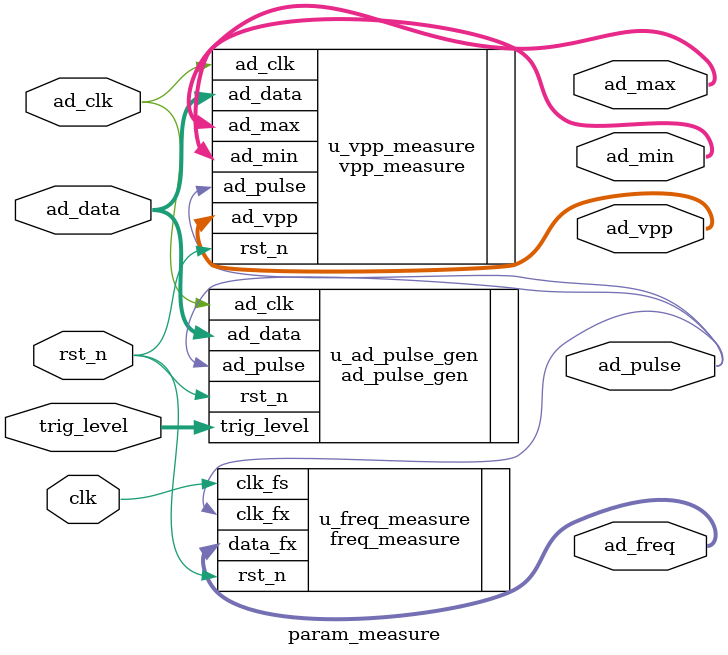
<source format=v>
module param_measure (
  input wire clk,   //!系统时钟50MHz
  input wire rst_n, //!系统复位，低电平有效

  input wire [7:0] trig_level,  //!触发电平

  input wire       ad_clk,  //!ADC时钟
  input wire [7:0] ad_data, //!ADC输入数据

  output wire ad_pulse,  //!pulse_gen模块输出的脉冲信号,仅用于调试

  output wire [19:0] ad_freq,   //!被测时钟频率输出
  output wire [ 7:0] ad_vpp,    //!ADC峰峰值
  output wire [ 7:0] ad_max,    //!ADC最大值
  output wire [ 7:0] ad_min     //!ADC最小值
);

  //parameter define
  parameter CLK_FS = 26'd50_000_000;  // 基准时钟频率值

  //脉冲生成模块
  ad_pulse_gen u_ad_pulse_gen (
    .rst_n(rst_n),  //系统复位，低电平有效

    .trig_level(trig_level),  // 触发电平
    .ad_clk    (ad_clk),      //AD9280驱动时钟
    .ad_data   (ad_data),     //AD输入数据

    .ad_pulse(ad_pulse)  //输出的脉冲信号
  );

  //等精度频率计模块
  freq_measure #(
    .CLK_FS(CLK_FS)  // 基准时钟频率值
  ) u_freq_measure (
    .clk_fs(clk),
    .rst_n (rst_n),

    .clk_fx(ad_pulse),  // 被测时钟信号
    .data_fx(ad_freq)  // 被测时钟频率输出
  );

  //计算峰峰值
  vpp_measure u_vpp_measure (
    .rst_n(rst_n),

    .ad_clk  (ad_clk),
    .ad_data (ad_data),
    .ad_pulse(ad_pulse),
    .ad_vpp  (ad_vpp),
    .ad_max  (ad_max),
    .ad_min  (ad_min)
  );

endmodule

</source>
